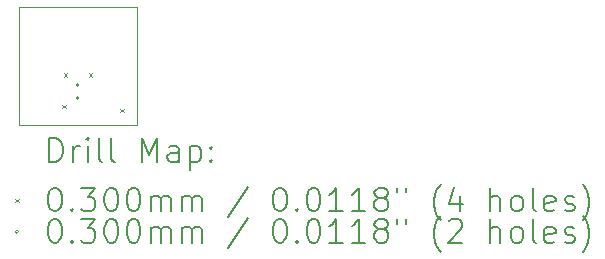
<source format=gbr>
%TF.GenerationSoftware,KiCad,Pcbnew,8.0.3*%
%TF.CreationDate,2025-01-03T03:50:19-05:00*%
%TF.ProjectId,Ni-MH-Chromatic,4e692d4d-482d-4436-9872-6f6d61746963,rev?*%
%TF.SameCoordinates,Original*%
%TF.FileFunction,Drillmap*%
%TF.FilePolarity,Positive*%
%FSLAX45Y45*%
G04 Gerber Fmt 4.5, Leading zero omitted, Abs format (unit mm)*
G04 Created by KiCad (PCBNEW 8.0.3) date 2025-01-03 03:50:19*
%MOMM*%
%LPD*%
G01*
G04 APERTURE LIST*
%ADD10C,0.050000*%
%ADD11C,0.200000*%
%ADD12C,0.100000*%
G04 APERTURE END LIST*
D10*
X15955000Y-8850000D02*
X16955000Y-8850000D01*
X16955000Y-9850000D01*
X15955000Y-9850000D01*
X15955000Y-8850000D01*
D11*
D12*
X16322881Y-9680588D02*
X16352881Y-9710588D01*
X16352881Y-9680588D02*
X16322881Y-9710588D01*
X16333289Y-9415000D02*
X16363289Y-9445000D01*
X16363289Y-9415000D02*
X16333289Y-9445000D01*
X16547500Y-9412500D02*
X16577500Y-9442500D01*
X16577500Y-9412500D02*
X16547500Y-9442500D01*
X16812500Y-9712500D02*
X16842500Y-9742500D01*
X16842500Y-9712500D02*
X16812500Y-9742500D01*
X16467500Y-9512500D02*
G75*
G02*
X16437500Y-9512500I-15000J0D01*
G01*
X16437500Y-9512500D02*
G75*
G02*
X16467500Y-9512500I15000J0D01*
G01*
X16467500Y-9622500D02*
G75*
G02*
X16437500Y-9622500I-15000J0D01*
G01*
X16437500Y-9622500D02*
G75*
G02*
X16467500Y-9622500I15000J0D01*
G01*
D11*
X16213277Y-10163984D02*
X16213277Y-9963984D01*
X16213277Y-9963984D02*
X16260896Y-9963984D01*
X16260896Y-9963984D02*
X16289467Y-9973508D01*
X16289467Y-9973508D02*
X16308515Y-9992555D01*
X16308515Y-9992555D02*
X16318039Y-10011603D01*
X16318039Y-10011603D02*
X16327562Y-10049698D01*
X16327562Y-10049698D02*
X16327562Y-10078270D01*
X16327562Y-10078270D02*
X16318039Y-10116365D01*
X16318039Y-10116365D02*
X16308515Y-10135412D01*
X16308515Y-10135412D02*
X16289467Y-10154460D01*
X16289467Y-10154460D02*
X16260896Y-10163984D01*
X16260896Y-10163984D02*
X16213277Y-10163984D01*
X16413277Y-10163984D02*
X16413277Y-10030650D01*
X16413277Y-10068746D02*
X16422801Y-10049698D01*
X16422801Y-10049698D02*
X16432324Y-10040174D01*
X16432324Y-10040174D02*
X16451372Y-10030650D01*
X16451372Y-10030650D02*
X16470420Y-10030650D01*
X16537086Y-10163984D02*
X16537086Y-10030650D01*
X16537086Y-9963984D02*
X16527562Y-9973508D01*
X16527562Y-9973508D02*
X16537086Y-9983031D01*
X16537086Y-9983031D02*
X16546610Y-9973508D01*
X16546610Y-9973508D02*
X16537086Y-9963984D01*
X16537086Y-9963984D02*
X16537086Y-9983031D01*
X16660896Y-10163984D02*
X16641848Y-10154460D01*
X16641848Y-10154460D02*
X16632324Y-10135412D01*
X16632324Y-10135412D02*
X16632324Y-9963984D01*
X16765658Y-10163984D02*
X16746610Y-10154460D01*
X16746610Y-10154460D02*
X16737086Y-10135412D01*
X16737086Y-10135412D02*
X16737086Y-9963984D01*
X16994229Y-10163984D02*
X16994229Y-9963984D01*
X16994229Y-9963984D02*
X17060896Y-10106841D01*
X17060896Y-10106841D02*
X17127563Y-9963984D01*
X17127563Y-9963984D02*
X17127563Y-10163984D01*
X17308515Y-10163984D02*
X17308515Y-10059222D01*
X17308515Y-10059222D02*
X17298991Y-10040174D01*
X17298991Y-10040174D02*
X17279944Y-10030650D01*
X17279944Y-10030650D02*
X17241848Y-10030650D01*
X17241848Y-10030650D02*
X17222801Y-10040174D01*
X17308515Y-10154460D02*
X17289467Y-10163984D01*
X17289467Y-10163984D02*
X17241848Y-10163984D01*
X17241848Y-10163984D02*
X17222801Y-10154460D01*
X17222801Y-10154460D02*
X17213277Y-10135412D01*
X17213277Y-10135412D02*
X17213277Y-10116365D01*
X17213277Y-10116365D02*
X17222801Y-10097317D01*
X17222801Y-10097317D02*
X17241848Y-10087793D01*
X17241848Y-10087793D02*
X17289467Y-10087793D01*
X17289467Y-10087793D02*
X17308515Y-10078270D01*
X17403753Y-10030650D02*
X17403753Y-10230650D01*
X17403753Y-10040174D02*
X17422801Y-10030650D01*
X17422801Y-10030650D02*
X17460896Y-10030650D01*
X17460896Y-10030650D02*
X17479944Y-10040174D01*
X17479944Y-10040174D02*
X17489467Y-10049698D01*
X17489467Y-10049698D02*
X17498991Y-10068746D01*
X17498991Y-10068746D02*
X17498991Y-10125889D01*
X17498991Y-10125889D02*
X17489467Y-10144936D01*
X17489467Y-10144936D02*
X17479944Y-10154460D01*
X17479944Y-10154460D02*
X17460896Y-10163984D01*
X17460896Y-10163984D02*
X17422801Y-10163984D01*
X17422801Y-10163984D02*
X17403753Y-10154460D01*
X17584705Y-10144936D02*
X17594229Y-10154460D01*
X17594229Y-10154460D02*
X17584705Y-10163984D01*
X17584705Y-10163984D02*
X17575182Y-10154460D01*
X17575182Y-10154460D02*
X17584705Y-10144936D01*
X17584705Y-10144936D02*
X17584705Y-10163984D01*
X17584705Y-10040174D02*
X17594229Y-10049698D01*
X17594229Y-10049698D02*
X17584705Y-10059222D01*
X17584705Y-10059222D02*
X17575182Y-10049698D01*
X17575182Y-10049698D02*
X17584705Y-10040174D01*
X17584705Y-10040174D02*
X17584705Y-10059222D01*
D12*
X15922500Y-10477500D02*
X15952500Y-10507500D01*
X15952500Y-10477500D02*
X15922500Y-10507500D01*
D11*
X16251372Y-10383984D02*
X16270420Y-10383984D01*
X16270420Y-10383984D02*
X16289467Y-10393508D01*
X16289467Y-10393508D02*
X16298991Y-10403031D01*
X16298991Y-10403031D02*
X16308515Y-10422079D01*
X16308515Y-10422079D02*
X16318039Y-10460174D01*
X16318039Y-10460174D02*
X16318039Y-10507793D01*
X16318039Y-10507793D02*
X16308515Y-10545889D01*
X16308515Y-10545889D02*
X16298991Y-10564936D01*
X16298991Y-10564936D02*
X16289467Y-10574460D01*
X16289467Y-10574460D02*
X16270420Y-10583984D01*
X16270420Y-10583984D02*
X16251372Y-10583984D01*
X16251372Y-10583984D02*
X16232324Y-10574460D01*
X16232324Y-10574460D02*
X16222801Y-10564936D01*
X16222801Y-10564936D02*
X16213277Y-10545889D01*
X16213277Y-10545889D02*
X16203753Y-10507793D01*
X16203753Y-10507793D02*
X16203753Y-10460174D01*
X16203753Y-10460174D02*
X16213277Y-10422079D01*
X16213277Y-10422079D02*
X16222801Y-10403031D01*
X16222801Y-10403031D02*
X16232324Y-10393508D01*
X16232324Y-10393508D02*
X16251372Y-10383984D01*
X16403753Y-10564936D02*
X16413277Y-10574460D01*
X16413277Y-10574460D02*
X16403753Y-10583984D01*
X16403753Y-10583984D02*
X16394229Y-10574460D01*
X16394229Y-10574460D02*
X16403753Y-10564936D01*
X16403753Y-10564936D02*
X16403753Y-10583984D01*
X16479943Y-10383984D02*
X16603753Y-10383984D01*
X16603753Y-10383984D02*
X16537086Y-10460174D01*
X16537086Y-10460174D02*
X16565658Y-10460174D01*
X16565658Y-10460174D02*
X16584705Y-10469698D01*
X16584705Y-10469698D02*
X16594229Y-10479222D01*
X16594229Y-10479222D02*
X16603753Y-10498270D01*
X16603753Y-10498270D02*
X16603753Y-10545889D01*
X16603753Y-10545889D02*
X16594229Y-10564936D01*
X16594229Y-10564936D02*
X16584705Y-10574460D01*
X16584705Y-10574460D02*
X16565658Y-10583984D01*
X16565658Y-10583984D02*
X16508515Y-10583984D01*
X16508515Y-10583984D02*
X16489467Y-10574460D01*
X16489467Y-10574460D02*
X16479943Y-10564936D01*
X16727562Y-10383984D02*
X16746610Y-10383984D01*
X16746610Y-10383984D02*
X16765658Y-10393508D01*
X16765658Y-10393508D02*
X16775182Y-10403031D01*
X16775182Y-10403031D02*
X16784705Y-10422079D01*
X16784705Y-10422079D02*
X16794229Y-10460174D01*
X16794229Y-10460174D02*
X16794229Y-10507793D01*
X16794229Y-10507793D02*
X16784705Y-10545889D01*
X16784705Y-10545889D02*
X16775182Y-10564936D01*
X16775182Y-10564936D02*
X16765658Y-10574460D01*
X16765658Y-10574460D02*
X16746610Y-10583984D01*
X16746610Y-10583984D02*
X16727562Y-10583984D01*
X16727562Y-10583984D02*
X16708515Y-10574460D01*
X16708515Y-10574460D02*
X16698991Y-10564936D01*
X16698991Y-10564936D02*
X16689467Y-10545889D01*
X16689467Y-10545889D02*
X16679943Y-10507793D01*
X16679943Y-10507793D02*
X16679943Y-10460174D01*
X16679943Y-10460174D02*
X16689467Y-10422079D01*
X16689467Y-10422079D02*
X16698991Y-10403031D01*
X16698991Y-10403031D02*
X16708515Y-10393508D01*
X16708515Y-10393508D02*
X16727562Y-10383984D01*
X16918039Y-10383984D02*
X16937086Y-10383984D01*
X16937086Y-10383984D02*
X16956134Y-10393508D01*
X16956134Y-10393508D02*
X16965658Y-10403031D01*
X16965658Y-10403031D02*
X16975182Y-10422079D01*
X16975182Y-10422079D02*
X16984705Y-10460174D01*
X16984705Y-10460174D02*
X16984705Y-10507793D01*
X16984705Y-10507793D02*
X16975182Y-10545889D01*
X16975182Y-10545889D02*
X16965658Y-10564936D01*
X16965658Y-10564936D02*
X16956134Y-10574460D01*
X16956134Y-10574460D02*
X16937086Y-10583984D01*
X16937086Y-10583984D02*
X16918039Y-10583984D01*
X16918039Y-10583984D02*
X16898991Y-10574460D01*
X16898991Y-10574460D02*
X16889467Y-10564936D01*
X16889467Y-10564936D02*
X16879944Y-10545889D01*
X16879944Y-10545889D02*
X16870420Y-10507793D01*
X16870420Y-10507793D02*
X16870420Y-10460174D01*
X16870420Y-10460174D02*
X16879944Y-10422079D01*
X16879944Y-10422079D02*
X16889467Y-10403031D01*
X16889467Y-10403031D02*
X16898991Y-10393508D01*
X16898991Y-10393508D02*
X16918039Y-10383984D01*
X17070420Y-10583984D02*
X17070420Y-10450650D01*
X17070420Y-10469698D02*
X17079944Y-10460174D01*
X17079944Y-10460174D02*
X17098991Y-10450650D01*
X17098991Y-10450650D02*
X17127563Y-10450650D01*
X17127563Y-10450650D02*
X17146610Y-10460174D01*
X17146610Y-10460174D02*
X17156134Y-10479222D01*
X17156134Y-10479222D02*
X17156134Y-10583984D01*
X17156134Y-10479222D02*
X17165658Y-10460174D01*
X17165658Y-10460174D02*
X17184705Y-10450650D01*
X17184705Y-10450650D02*
X17213277Y-10450650D01*
X17213277Y-10450650D02*
X17232325Y-10460174D01*
X17232325Y-10460174D02*
X17241848Y-10479222D01*
X17241848Y-10479222D02*
X17241848Y-10583984D01*
X17337086Y-10583984D02*
X17337086Y-10450650D01*
X17337086Y-10469698D02*
X17346610Y-10460174D01*
X17346610Y-10460174D02*
X17365658Y-10450650D01*
X17365658Y-10450650D02*
X17394229Y-10450650D01*
X17394229Y-10450650D02*
X17413277Y-10460174D01*
X17413277Y-10460174D02*
X17422801Y-10479222D01*
X17422801Y-10479222D02*
X17422801Y-10583984D01*
X17422801Y-10479222D02*
X17432325Y-10460174D01*
X17432325Y-10460174D02*
X17451372Y-10450650D01*
X17451372Y-10450650D02*
X17479944Y-10450650D01*
X17479944Y-10450650D02*
X17498991Y-10460174D01*
X17498991Y-10460174D02*
X17508515Y-10479222D01*
X17508515Y-10479222D02*
X17508515Y-10583984D01*
X17898991Y-10374460D02*
X17727563Y-10631603D01*
X18156134Y-10383984D02*
X18175182Y-10383984D01*
X18175182Y-10383984D02*
X18194229Y-10393508D01*
X18194229Y-10393508D02*
X18203753Y-10403031D01*
X18203753Y-10403031D02*
X18213277Y-10422079D01*
X18213277Y-10422079D02*
X18222801Y-10460174D01*
X18222801Y-10460174D02*
X18222801Y-10507793D01*
X18222801Y-10507793D02*
X18213277Y-10545889D01*
X18213277Y-10545889D02*
X18203753Y-10564936D01*
X18203753Y-10564936D02*
X18194229Y-10574460D01*
X18194229Y-10574460D02*
X18175182Y-10583984D01*
X18175182Y-10583984D02*
X18156134Y-10583984D01*
X18156134Y-10583984D02*
X18137087Y-10574460D01*
X18137087Y-10574460D02*
X18127563Y-10564936D01*
X18127563Y-10564936D02*
X18118039Y-10545889D01*
X18118039Y-10545889D02*
X18108515Y-10507793D01*
X18108515Y-10507793D02*
X18108515Y-10460174D01*
X18108515Y-10460174D02*
X18118039Y-10422079D01*
X18118039Y-10422079D02*
X18127563Y-10403031D01*
X18127563Y-10403031D02*
X18137087Y-10393508D01*
X18137087Y-10393508D02*
X18156134Y-10383984D01*
X18308515Y-10564936D02*
X18318039Y-10574460D01*
X18318039Y-10574460D02*
X18308515Y-10583984D01*
X18308515Y-10583984D02*
X18298991Y-10574460D01*
X18298991Y-10574460D02*
X18308515Y-10564936D01*
X18308515Y-10564936D02*
X18308515Y-10583984D01*
X18441848Y-10383984D02*
X18460896Y-10383984D01*
X18460896Y-10383984D02*
X18479944Y-10393508D01*
X18479944Y-10393508D02*
X18489468Y-10403031D01*
X18489468Y-10403031D02*
X18498991Y-10422079D01*
X18498991Y-10422079D02*
X18508515Y-10460174D01*
X18508515Y-10460174D02*
X18508515Y-10507793D01*
X18508515Y-10507793D02*
X18498991Y-10545889D01*
X18498991Y-10545889D02*
X18489468Y-10564936D01*
X18489468Y-10564936D02*
X18479944Y-10574460D01*
X18479944Y-10574460D02*
X18460896Y-10583984D01*
X18460896Y-10583984D02*
X18441848Y-10583984D01*
X18441848Y-10583984D02*
X18422801Y-10574460D01*
X18422801Y-10574460D02*
X18413277Y-10564936D01*
X18413277Y-10564936D02*
X18403753Y-10545889D01*
X18403753Y-10545889D02*
X18394229Y-10507793D01*
X18394229Y-10507793D02*
X18394229Y-10460174D01*
X18394229Y-10460174D02*
X18403753Y-10422079D01*
X18403753Y-10422079D02*
X18413277Y-10403031D01*
X18413277Y-10403031D02*
X18422801Y-10393508D01*
X18422801Y-10393508D02*
X18441848Y-10383984D01*
X18698991Y-10583984D02*
X18584706Y-10583984D01*
X18641848Y-10583984D02*
X18641848Y-10383984D01*
X18641848Y-10383984D02*
X18622801Y-10412555D01*
X18622801Y-10412555D02*
X18603753Y-10431603D01*
X18603753Y-10431603D02*
X18584706Y-10441127D01*
X18889468Y-10583984D02*
X18775182Y-10583984D01*
X18832325Y-10583984D02*
X18832325Y-10383984D01*
X18832325Y-10383984D02*
X18813277Y-10412555D01*
X18813277Y-10412555D02*
X18794229Y-10431603D01*
X18794229Y-10431603D02*
X18775182Y-10441127D01*
X19003753Y-10469698D02*
X18984706Y-10460174D01*
X18984706Y-10460174D02*
X18975182Y-10450650D01*
X18975182Y-10450650D02*
X18965658Y-10431603D01*
X18965658Y-10431603D02*
X18965658Y-10422079D01*
X18965658Y-10422079D02*
X18975182Y-10403031D01*
X18975182Y-10403031D02*
X18984706Y-10393508D01*
X18984706Y-10393508D02*
X19003753Y-10383984D01*
X19003753Y-10383984D02*
X19041849Y-10383984D01*
X19041849Y-10383984D02*
X19060896Y-10393508D01*
X19060896Y-10393508D02*
X19070420Y-10403031D01*
X19070420Y-10403031D02*
X19079944Y-10422079D01*
X19079944Y-10422079D02*
X19079944Y-10431603D01*
X19079944Y-10431603D02*
X19070420Y-10450650D01*
X19070420Y-10450650D02*
X19060896Y-10460174D01*
X19060896Y-10460174D02*
X19041849Y-10469698D01*
X19041849Y-10469698D02*
X19003753Y-10469698D01*
X19003753Y-10469698D02*
X18984706Y-10479222D01*
X18984706Y-10479222D02*
X18975182Y-10488746D01*
X18975182Y-10488746D02*
X18965658Y-10507793D01*
X18965658Y-10507793D02*
X18965658Y-10545889D01*
X18965658Y-10545889D02*
X18975182Y-10564936D01*
X18975182Y-10564936D02*
X18984706Y-10574460D01*
X18984706Y-10574460D02*
X19003753Y-10583984D01*
X19003753Y-10583984D02*
X19041849Y-10583984D01*
X19041849Y-10583984D02*
X19060896Y-10574460D01*
X19060896Y-10574460D02*
X19070420Y-10564936D01*
X19070420Y-10564936D02*
X19079944Y-10545889D01*
X19079944Y-10545889D02*
X19079944Y-10507793D01*
X19079944Y-10507793D02*
X19070420Y-10488746D01*
X19070420Y-10488746D02*
X19060896Y-10479222D01*
X19060896Y-10479222D02*
X19041849Y-10469698D01*
X19156134Y-10383984D02*
X19156134Y-10422079D01*
X19232325Y-10383984D02*
X19232325Y-10422079D01*
X19527563Y-10660174D02*
X19518039Y-10650650D01*
X19518039Y-10650650D02*
X19498991Y-10622079D01*
X19498991Y-10622079D02*
X19489468Y-10603031D01*
X19489468Y-10603031D02*
X19479944Y-10574460D01*
X19479944Y-10574460D02*
X19470420Y-10526841D01*
X19470420Y-10526841D02*
X19470420Y-10488746D01*
X19470420Y-10488746D02*
X19479944Y-10441127D01*
X19479944Y-10441127D02*
X19489468Y-10412555D01*
X19489468Y-10412555D02*
X19498991Y-10393508D01*
X19498991Y-10393508D02*
X19518039Y-10364936D01*
X19518039Y-10364936D02*
X19527563Y-10355412D01*
X19689468Y-10450650D02*
X19689468Y-10583984D01*
X19641849Y-10374460D02*
X19594230Y-10517317D01*
X19594230Y-10517317D02*
X19718039Y-10517317D01*
X19946611Y-10583984D02*
X19946611Y-10383984D01*
X20032325Y-10583984D02*
X20032325Y-10479222D01*
X20032325Y-10479222D02*
X20022801Y-10460174D01*
X20022801Y-10460174D02*
X20003753Y-10450650D01*
X20003753Y-10450650D02*
X19975182Y-10450650D01*
X19975182Y-10450650D02*
X19956134Y-10460174D01*
X19956134Y-10460174D02*
X19946611Y-10469698D01*
X20156134Y-10583984D02*
X20137087Y-10574460D01*
X20137087Y-10574460D02*
X20127563Y-10564936D01*
X20127563Y-10564936D02*
X20118039Y-10545889D01*
X20118039Y-10545889D02*
X20118039Y-10488746D01*
X20118039Y-10488746D02*
X20127563Y-10469698D01*
X20127563Y-10469698D02*
X20137087Y-10460174D01*
X20137087Y-10460174D02*
X20156134Y-10450650D01*
X20156134Y-10450650D02*
X20184706Y-10450650D01*
X20184706Y-10450650D02*
X20203753Y-10460174D01*
X20203753Y-10460174D02*
X20213277Y-10469698D01*
X20213277Y-10469698D02*
X20222801Y-10488746D01*
X20222801Y-10488746D02*
X20222801Y-10545889D01*
X20222801Y-10545889D02*
X20213277Y-10564936D01*
X20213277Y-10564936D02*
X20203753Y-10574460D01*
X20203753Y-10574460D02*
X20184706Y-10583984D01*
X20184706Y-10583984D02*
X20156134Y-10583984D01*
X20337087Y-10583984D02*
X20318039Y-10574460D01*
X20318039Y-10574460D02*
X20308515Y-10555412D01*
X20308515Y-10555412D02*
X20308515Y-10383984D01*
X20489468Y-10574460D02*
X20470420Y-10583984D01*
X20470420Y-10583984D02*
X20432325Y-10583984D01*
X20432325Y-10583984D02*
X20413277Y-10574460D01*
X20413277Y-10574460D02*
X20403753Y-10555412D01*
X20403753Y-10555412D02*
X20403753Y-10479222D01*
X20403753Y-10479222D02*
X20413277Y-10460174D01*
X20413277Y-10460174D02*
X20432325Y-10450650D01*
X20432325Y-10450650D02*
X20470420Y-10450650D01*
X20470420Y-10450650D02*
X20489468Y-10460174D01*
X20489468Y-10460174D02*
X20498992Y-10479222D01*
X20498992Y-10479222D02*
X20498992Y-10498270D01*
X20498992Y-10498270D02*
X20403753Y-10517317D01*
X20575182Y-10574460D02*
X20594230Y-10583984D01*
X20594230Y-10583984D02*
X20632325Y-10583984D01*
X20632325Y-10583984D02*
X20651373Y-10574460D01*
X20651373Y-10574460D02*
X20660896Y-10555412D01*
X20660896Y-10555412D02*
X20660896Y-10545889D01*
X20660896Y-10545889D02*
X20651373Y-10526841D01*
X20651373Y-10526841D02*
X20632325Y-10517317D01*
X20632325Y-10517317D02*
X20603753Y-10517317D01*
X20603753Y-10517317D02*
X20584706Y-10507793D01*
X20584706Y-10507793D02*
X20575182Y-10488746D01*
X20575182Y-10488746D02*
X20575182Y-10479222D01*
X20575182Y-10479222D02*
X20584706Y-10460174D01*
X20584706Y-10460174D02*
X20603753Y-10450650D01*
X20603753Y-10450650D02*
X20632325Y-10450650D01*
X20632325Y-10450650D02*
X20651373Y-10460174D01*
X20727563Y-10660174D02*
X20737087Y-10650650D01*
X20737087Y-10650650D02*
X20756134Y-10622079D01*
X20756134Y-10622079D02*
X20765658Y-10603031D01*
X20765658Y-10603031D02*
X20775182Y-10574460D01*
X20775182Y-10574460D02*
X20784706Y-10526841D01*
X20784706Y-10526841D02*
X20784706Y-10488746D01*
X20784706Y-10488746D02*
X20775182Y-10441127D01*
X20775182Y-10441127D02*
X20765658Y-10412555D01*
X20765658Y-10412555D02*
X20756134Y-10393508D01*
X20756134Y-10393508D02*
X20737087Y-10364936D01*
X20737087Y-10364936D02*
X20727563Y-10355412D01*
D12*
X15952500Y-10756500D02*
G75*
G02*
X15922500Y-10756500I-15000J0D01*
G01*
X15922500Y-10756500D02*
G75*
G02*
X15952500Y-10756500I15000J0D01*
G01*
D11*
X16251372Y-10647984D02*
X16270420Y-10647984D01*
X16270420Y-10647984D02*
X16289467Y-10657508D01*
X16289467Y-10657508D02*
X16298991Y-10667031D01*
X16298991Y-10667031D02*
X16308515Y-10686079D01*
X16308515Y-10686079D02*
X16318039Y-10724174D01*
X16318039Y-10724174D02*
X16318039Y-10771793D01*
X16318039Y-10771793D02*
X16308515Y-10809889D01*
X16308515Y-10809889D02*
X16298991Y-10828936D01*
X16298991Y-10828936D02*
X16289467Y-10838460D01*
X16289467Y-10838460D02*
X16270420Y-10847984D01*
X16270420Y-10847984D02*
X16251372Y-10847984D01*
X16251372Y-10847984D02*
X16232324Y-10838460D01*
X16232324Y-10838460D02*
X16222801Y-10828936D01*
X16222801Y-10828936D02*
X16213277Y-10809889D01*
X16213277Y-10809889D02*
X16203753Y-10771793D01*
X16203753Y-10771793D02*
X16203753Y-10724174D01*
X16203753Y-10724174D02*
X16213277Y-10686079D01*
X16213277Y-10686079D02*
X16222801Y-10667031D01*
X16222801Y-10667031D02*
X16232324Y-10657508D01*
X16232324Y-10657508D02*
X16251372Y-10647984D01*
X16403753Y-10828936D02*
X16413277Y-10838460D01*
X16413277Y-10838460D02*
X16403753Y-10847984D01*
X16403753Y-10847984D02*
X16394229Y-10838460D01*
X16394229Y-10838460D02*
X16403753Y-10828936D01*
X16403753Y-10828936D02*
X16403753Y-10847984D01*
X16479943Y-10647984D02*
X16603753Y-10647984D01*
X16603753Y-10647984D02*
X16537086Y-10724174D01*
X16537086Y-10724174D02*
X16565658Y-10724174D01*
X16565658Y-10724174D02*
X16584705Y-10733698D01*
X16584705Y-10733698D02*
X16594229Y-10743222D01*
X16594229Y-10743222D02*
X16603753Y-10762270D01*
X16603753Y-10762270D02*
X16603753Y-10809889D01*
X16603753Y-10809889D02*
X16594229Y-10828936D01*
X16594229Y-10828936D02*
X16584705Y-10838460D01*
X16584705Y-10838460D02*
X16565658Y-10847984D01*
X16565658Y-10847984D02*
X16508515Y-10847984D01*
X16508515Y-10847984D02*
X16489467Y-10838460D01*
X16489467Y-10838460D02*
X16479943Y-10828936D01*
X16727562Y-10647984D02*
X16746610Y-10647984D01*
X16746610Y-10647984D02*
X16765658Y-10657508D01*
X16765658Y-10657508D02*
X16775182Y-10667031D01*
X16775182Y-10667031D02*
X16784705Y-10686079D01*
X16784705Y-10686079D02*
X16794229Y-10724174D01*
X16794229Y-10724174D02*
X16794229Y-10771793D01*
X16794229Y-10771793D02*
X16784705Y-10809889D01*
X16784705Y-10809889D02*
X16775182Y-10828936D01*
X16775182Y-10828936D02*
X16765658Y-10838460D01*
X16765658Y-10838460D02*
X16746610Y-10847984D01*
X16746610Y-10847984D02*
X16727562Y-10847984D01*
X16727562Y-10847984D02*
X16708515Y-10838460D01*
X16708515Y-10838460D02*
X16698991Y-10828936D01*
X16698991Y-10828936D02*
X16689467Y-10809889D01*
X16689467Y-10809889D02*
X16679943Y-10771793D01*
X16679943Y-10771793D02*
X16679943Y-10724174D01*
X16679943Y-10724174D02*
X16689467Y-10686079D01*
X16689467Y-10686079D02*
X16698991Y-10667031D01*
X16698991Y-10667031D02*
X16708515Y-10657508D01*
X16708515Y-10657508D02*
X16727562Y-10647984D01*
X16918039Y-10647984D02*
X16937086Y-10647984D01*
X16937086Y-10647984D02*
X16956134Y-10657508D01*
X16956134Y-10657508D02*
X16965658Y-10667031D01*
X16965658Y-10667031D02*
X16975182Y-10686079D01*
X16975182Y-10686079D02*
X16984705Y-10724174D01*
X16984705Y-10724174D02*
X16984705Y-10771793D01*
X16984705Y-10771793D02*
X16975182Y-10809889D01*
X16975182Y-10809889D02*
X16965658Y-10828936D01*
X16965658Y-10828936D02*
X16956134Y-10838460D01*
X16956134Y-10838460D02*
X16937086Y-10847984D01*
X16937086Y-10847984D02*
X16918039Y-10847984D01*
X16918039Y-10847984D02*
X16898991Y-10838460D01*
X16898991Y-10838460D02*
X16889467Y-10828936D01*
X16889467Y-10828936D02*
X16879944Y-10809889D01*
X16879944Y-10809889D02*
X16870420Y-10771793D01*
X16870420Y-10771793D02*
X16870420Y-10724174D01*
X16870420Y-10724174D02*
X16879944Y-10686079D01*
X16879944Y-10686079D02*
X16889467Y-10667031D01*
X16889467Y-10667031D02*
X16898991Y-10657508D01*
X16898991Y-10657508D02*
X16918039Y-10647984D01*
X17070420Y-10847984D02*
X17070420Y-10714650D01*
X17070420Y-10733698D02*
X17079944Y-10724174D01*
X17079944Y-10724174D02*
X17098991Y-10714650D01*
X17098991Y-10714650D02*
X17127563Y-10714650D01*
X17127563Y-10714650D02*
X17146610Y-10724174D01*
X17146610Y-10724174D02*
X17156134Y-10743222D01*
X17156134Y-10743222D02*
X17156134Y-10847984D01*
X17156134Y-10743222D02*
X17165658Y-10724174D01*
X17165658Y-10724174D02*
X17184705Y-10714650D01*
X17184705Y-10714650D02*
X17213277Y-10714650D01*
X17213277Y-10714650D02*
X17232325Y-10724174D01*
X17232325Y-10724174D02*
X17241848Y-10743222D01*
X17241848Y-10743222D02*
X17241848Y-10847984D01*
X17337086Y-10847984D02*
X17337086Y-10714650D01*
X17337086Y-10733698D02*
X17346610Y-10724174D01*
X17346610Y-10724174D02*
X17365658Y-10714650D01*
X17365658Y-10714650D02*
X17394229Y-10714650D01*
X17394229Y-10714650D02*
X17413277Y-10724174D01*
X17413277Y-10724174D02*
X17422801Y-10743222D01*
X17422801Y-10743222D02*
X17422801Y-10847984D01*
X17422801Y-10743222D02*
X17432325Y-10724174D01*
X17432325Y-10724174D02*
X17451372Y-10714650D01*
X17451372Y-10714650D02*
X17479944Y-10714650D01*
X17479944Y-10714650D02*
X17498991Y-10724174D01*
X17498991Y-10724174D02*
X17508515Y-10743222D01*
X17508515Y-10743222D02*
X17508515Y-10847984D01*
X17898991Y-10638460D02*
X17727563Y-10895603D01*
X18156134Y-10647984D02*
X18175182Y-10647984D01*
X18175182Y-10647984D02*
X18194229Y-10657508D01*
X18194229Y-10657508D02*
X18203753Y-10667031D01*
X18203753Y-10667031D02*
X18213277Y-10686079D01*
X18213277Y-10686079D02*
X18222801Y-10724174D01*
X18222801Y-10724174D02*
X18222801Y-10771793D01*
X18222801Y-10771793D02*
X18213277Y-10809889D01*
X18213277Y-10809889D02*
X18203753Y-10828936D01*
X18203753Y-10828936D02*
X18194229Y-10838460D01*
X18194229Y-10838460D02*
X18175182Y-10847984D01*
X18175182Y-10847984D02*
X18156134Y-10847984D01*
X18156134Y-10847984D02*
X18137087Y-10838460D01*
X18137087Y-10838460D02*
X18127563Y-10828936D01*
X18127563Y-10828936D02*
X18118039Y-10809889D01*
X18118039Y-10809889D02*
X18108515Y-10771793D01*
X18108515Y-10771793D02*
X18108515Y-10724174D01*
X18108515Y-10724174D02*
X18118039Y-10686079D01*
X18118039Y-10686079D02*
X18127563Y-10667031D01*
X18127563Y-10667031D02*
X18137087Y-10657508D01*
X18137087Y-10657508D02*
X18156134Y-10647984D01*
X18308515Y-10828936D02*
X18318039Y-10838460D01*
X18318039Y-10838460D02*
X18308515Y-10847984D01*
X18308515Y-10847984D02*
X18298991Y-10838460D01*
X18298991Y-10838460D02*
X18308515Y-10828936D01*
X18308515Y-10828936D02*
X18308515Y-10847984D01*
X18441848Y-10647984D02*
X18460896Y-10647984D01*
X18460896Y-10647984D02*
X18479944Y-10657508D01*
X18479944Y-10657508D02*
X18489468Y-10667031D01*
X18489468Y-10667031D02*
X18498991Y-10686079D01*
X18498991Y-10686079D02*
X18508515Y-10724174D01*
X18508515Y-10724174D02*
X18508515Y-10771793D01*
X18508515Y-10771793D02*
X18498991Y-10809889D01*
X18498991Y-10809889D02*
X18489468Y-10828936D01*
X18489468Y-10828936D02*
X18479944Y-10838460D01*
X18479944Y-10838460D02*
X18460896Y-10847984D01*
X18460896Y-10847984D02*
X18441848Y-10847984D01*
X18441848Y-10847984D02*
X18422801Y-10838460D01*
X18422801Y-10838460D02*
X18413277Y-10828936D01*
X18413277Y-10828936D02*
X18403753Y-10809889D01*
X18403753Y-10809889D02*
X18394229Y-10771793D01*
X18394229Y-10771793D02*
X18394229Y-10724174D01*
X18394229Y-10724174D02*
X18403753Y-10686079D01*
X18403753Y-10686079D02*
X18413277Y-10667031D01*
X18413277Y-10667031D02*
X18422801Y-10657508D01*
X18422801Y-10657508D02*
X18441848Y-10647984D01*
X18698991Y-10847984D02*
X18584706Y-10847984D01*
X18641848Y-10847984D02*
X18641848Y-10647984D01*
X18641848Y-10647984D02*
X18622801Y-10676555D01*
X18622801Y-10676555D02*
X18603753Y-10695603D01*
X18603753Y-10695603D02*
X18584706Y-10705127D01*
X18889468Y-10847984D02*
X18775182Y-10847984D01*
X18832325Y-10847984D02*
X18832325Y-10647984D01*
X18832325Y-10647984D02*
X18813277Y-10676555D01*
X18813277Y-10676555D02*
X18794229Y-10695603D01*
X18794229Y-10695603D02*
X18775182Y-10705127D01*
X19003753Y-10733698D02*
X18984706Y-10724174D01*
X18984706Y-10724174D02*
X18975182Y-10714650D01*
X18975182Y-10714650D02*
X18965658Y-10695603D01*
X18965658Y-10695603D02*
X18965658Y-10686079D01*
X18965658Y-10686079D02*
X18975182Y-10667031D01*
X18975182Y-10667031D02*
X18984706Y-10657508D01*
X18984706Y-10657508D02*
X19003753Y-10647984D01*
X19003753Y-10647984D02*
X19041849Y-10647984D01*
X19041849Y-10647984D02*
X19060896Y-10657508D01*
X19060896Y-10657508D02*
X19070420Y-10667031D01*
X19070420Y-10667031D02*
X19079944Y-10686079D01*
X19079944Y-10686079D02*
X19079944Y-10695603D01*
X19079944Y-10695603D02*
X19070420Y-10714650D01*
X19070420Y-10714650D02*
X19060896Y-10724174D01*
X19060896Y-10724174D02*
X19041849Y-10733698D01*
X19041849Y-10733698D02*
X19003753Y-10733698D01*
X19003753Y-10733698D02*
X18984706Y-10743222D01*
X18984706Y-10743222D02*
X18975182Y-10752746D01*
X18975182Y-10752746D02*
X18965658Y-10771793D01*
X18965658Y-10771793D02*
X18965658Y-10809889D01*
X18965658Y-10809889D02*
X18975182Y-10828936D01*
X18975182Y-10828936D02*
X18984706Y-10838460D01*
X18984706Y-10838460D02*
X19003753Y-10847984D01*
X19003753Y-10847984D02*
X19041849Y-10847984D01*
X19041849Y-10847984D02*
X19060896Y-10838460D01*
X19060896Y-10838460D02*
X19070420Y-10828936D01*
X19070420Y-10828936D02*
X19079944Y-10809889D01*
X19079944Y-10809889D02*
X19079944Y-10771793D01*
X19079944Y-10771793D02*
X19070420Y-10752746D01*
X19070420Y-10752746D02*
X19060896Y-10743222D01*
X19060896Y-10743222D02*
X19041849Y-10733698D01*
X19156134Y-10647984D02*
X19156134Y-10686079D01*
X19232325Y-10647984D02*
X19232325Y-10686079D01*
X19527563Y-10924174D02*
X19518039Y-10914650D01*
X19518039Y-10914650D02*
X19498991Y-10886079D01*
X19498991Y-10886079D02*
X19489468Y-10867031D01*
X19489468Y-10867031D02*
X19479944Y-10838460D01*
X19479944Y-10838460D02*
X19470420Y-10790841D01*
X19470420Y-10790841D02*
X19470420Y-10752746D01*
X19470420Y-10752746D02*
X19479944Y-10705127D01*
X19479944Y-10705127D02*
X19489468Y-10676555D01*
X19489468Y-10676555D02*
X19498991Y-10657508D01*
X19498991Y-10657508D02*
X19518039Y-10628936D01*
X19518039Y-10628936D02*
X19527563Y-10619412D01*
X19594230Y-10667031D02*
X19603753Y-10657508D01*
X19603753Y-10657508D02*
X19622801Y-10647984D01*
X19622801Y-10647984D02*
X19670420Y-10647984D01*
X19670420Y-10647984D02*
X19689468Y-10657508D01*
X19689468Y-10657508D02*
X19698991Y-10667031D01*
X19698991Y-10667031D02*
X19708515Y-10686079D01*
X19708515Y-10686079D02*
X19708515Y-10705127D01*
X19708515Y-10705127D02*
X19698991Y-10733698D01*
X19698991Y-10733698D02*
X19584706Y-10847984D01*
X19584706Y-10847984D02*
X19708515Y-10847984D01*
X19946611Y-10847984D02*
X19946611Y-10647984D01*
X20032325Y-10847984D02*
X20032325Y-10743222D01*
X20032325Y-10743222D02*
X20022801Y-10724174D01*
X20022801Y-10724174D02*
X20003753Y-10714650D01*
X20003753Y-10714650D02*
X19975182Y-10714650D01*
X19975182Y-10714650D02*
X19956134Y-10724174D01*
X19956134Y-10724174D02*
X19946611Y-10733698D01*
X20156134Y-10847984D02*
X20137087Y-10838460D01*
X20137087Y-10838460D02*
X20127563Y-10828936D01*
X20127563Y-10828936D02*
X20118039Y-10809889D01*
X20118039Y-10809889D02*
X20118039Y-10752746D01*
X20118039Y-10752746D02*
X20127563Y-10733698D01*
X20127563Y-10733698D02*
X20137087Y-10724174D01*
X20137087Y-10724174D02*
X20156134Y-10714650D01*
X20156134Y-10714650D02*
X20184706Y-10714650D01*
X20184706Y-10714650D02*
X20203753Y-10724174D01*
X20203753Y-10724174D02*
X20213277Y-10733698D01*
X20213277Y-10733698D02*
X20222801Y-10752746D01*
X20222801Y-10752746D02*
X20222801Y-10809889D01*
X20222801Y-10809889D02*
X20213277Y-10828936D01*
X20213277Y-10828936D02*
X20203753Y-10838460D01*
X20203753Y-10838460D02*
X20184706Y-10847984D01*
X20184706Y-10847984D02*
X20156134Y-10847984D01*
X20337087Y-10847984D02*
X20318039Y-10838460D01*
X20318039Y-10838460D02*
X20308515Y-10819412D01*
X20308515Y-10819412D02*
X20308515Y-10647984D01*
X20489468Y-10838460D02*
X20470420Y-10847984D01*
X20470420Y-10847984D02*
X20432325Y-10847984D01*
X20432325Y-10847984D02*
X20413277Y-10838460D01*
X20413277Y-10838460D02*
X20403753Y-10819412D01*
X20403753Y-10819412D02*
X20403753Y-10743222D01*
X20403753Y-10743222D02*
X20413277Y-10724174D01*
X20413277Y-10724174D02*
X20432325Y-10714650D01*
X20432325Y-10714650D02*
X20470420Y-10714650D01*
X20470420Y-10714650D02*
X20489468Y-10724174D01*
X20489468Y-10724174D02*
X20498992Y-10743222D01*
X20498992Y-10743222D02*
X20498992Y-10762270D01*
X20498992Y-10762270D02*
X20403753Y-10781317D01*
X20575182Y-10838460D02*
X20594230Y-10847984D01*
X20594230Y-10847984D02*
X20632325Y-10847984D01*
X20632325Y-10847984D02*
X20651373Y-10838460D01*
X20651373Y-10838460D02*
X20660896Y-10819412D01*
X20660896Y-10819412D02*
X20660896Y-10809889D01*
X20660896Y-10809889D02*
X20651373Y-10790841D01*
X20651373Y-10790841D02*
X20632325Y-10781317D01*
X20632325Y-10781317D02*
X20603753Y-10781317D01*
X20603753Y-10781317D02*
X20584706Y-10771793D01*
X20584706Y-10771793D02*
X20575182Y-10752746D01*
X20575182Y-10752746D02*
X20575182Y-10743222D01*
X20575182Y-10743222D02*
X20584706Y-10724174D01*
X20584706Y-10724174D02*
X20603753Y-10714650D01*
X20603753Y-10714650D02*
X20632325Y-10714650D01*
X20632325Y-10714650D02*
X20651373Y-10724174D01*
X20727563Y-10924174D02*
X20737087Y-10914650D01*
X20737087Y-10914650D02*
X20756134Y-10886079D01*
X20756134Y-10886079D02*
X20765658Y-10867031D01*
X20765658Y-10867031D02*
X20775182Y-10838460D01*
X20775182Y-10838460D02*
X20784706Y-10790841D01*
X20784706Y-10790841D02*
X20784706Y-10752746D01*
X20784706Y-10752746D02*
X20775182Y-10705127D01*
X20775182Y-10705127D02*
X20765658Y-10676555D01*
X20765658Y-10676555D02*
X20756134Y-10657508D01*
X20756134Y-10657508D02*
X20737087Y-10628936D01*
X20737087Y-10628936D02*
X20727563Y-10619412D01*
M02*

</source>
